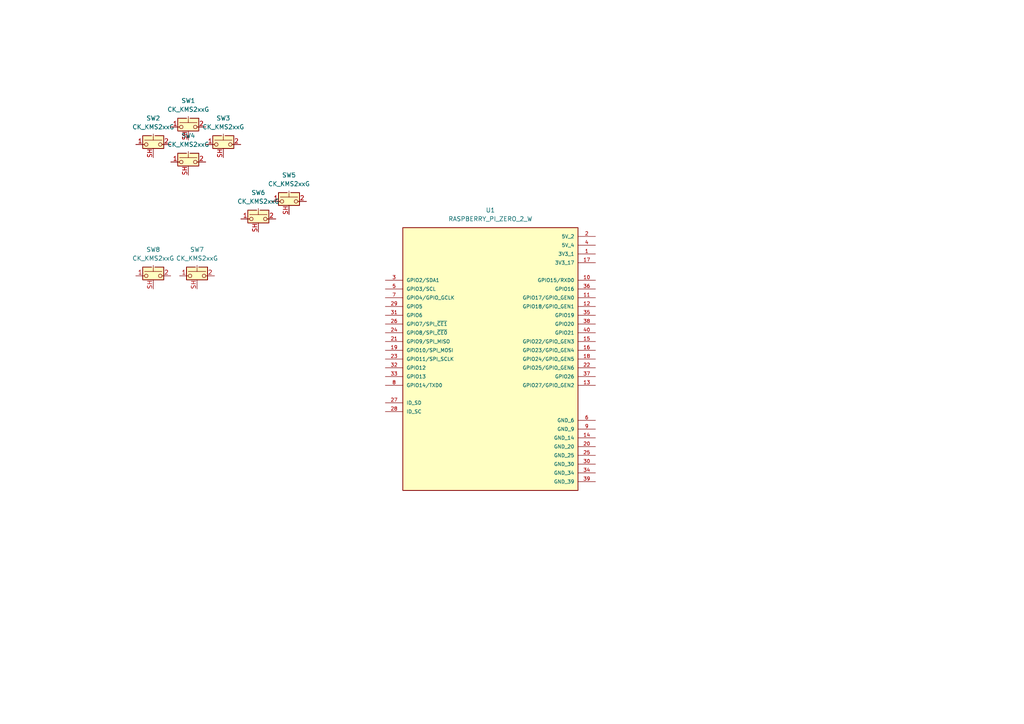
<source format=kicad_sch>
(kicad_sch (version 20250114) (generator "eeschema") (generator_version "9.0")
  (paper "A4")
  (lib_symbols
    (symbol "RASPBERRY_PI_ZERO_2_W:RASPBERRY_PI_ZERO_2_W" (pin_names (offset 1.016))
      (property "Reference" "U" (at -25.42 39.3962 0))
      (property "Value" "RASPBERRY_PI_ZERO_2_W" (at -25.4191 -40.6687 0))
      (symbol "RASPBERRY_PI_ZERO_2_W_0_0"
        (rectangle (start -25.4 -38.1) (end 25.4 38.1) (stroke (width 0.254)) (fill (type background)))
        (pin bidirectional line (at -30.48 22.86 0) (length 5.08) (name "GPIO2/SDA1") (number "3"))
        (pin bidirectional line (at -30.48 20.32 0) (length 5.08) (name "GPIO3/SCL") (number "5"))
        (pin bidirectional line (at -30.48 17.78 0) (length 5.08) (name "GPIO4/GPIO_GCLK") (number "7"))
        (pin bidirectional line (at -30.48 15.24 0) (length 5.08) (name "GPIO5") (number "29"))
        (pin bidirectional line (at -30.48 12.7 0) (length 5.08) (name "GPIO6") (number "31"))
        (pin bidirectional line (at -30.48 10.16 0) (length 5.08) (name "GPIO7/SPI_~{CE1}") (number "26"))
        (pin bidirectional line (at -30.48 7.62 0) (length 5.08) (name "GPIO8/SPI_~{CE0}") (number "24"))
        (pin bidirectional line (at -30.48 5.08 0) (length 5.08) (name "GPIO9/SPI_MISO") (number "21"))
        (pin bidirectional line (at -30.48 2.54 0) (length 5.08) (name "GPIO10/SPI_MOSI") (number "19"))
        (pin bidirectional line (at -30.48 0 0) (length 5.08) (name "GPIO11/SPI_SCLK") (number "23"))
        (pin bidirectional line (at -30.48 -2.54 0) (length 5.08) (name "GPIO12") (number "32"))
        (pin bidirectional line (at -30.48 -5.08 0) (length 5.08) (name "GPIO13") (number "33"))
        (pin bidirectional line (at -30.48 -7.62 0) (length 5.08) (name "GPIO14/TXD0") (number "8"))
        (pin bidirectional line (at -30.48 -12.7 0) (length 5.08) (name "ID_SD") (number "27"))
        (pin bidirectional line (at -30.48 -15.24 0) (length 5.08) (name "ID_SC") (number "28"))
        (pin power_in line (at 30.48 35.56 180) (length 5.08) (name "5V_2") (number "2"))
        (pin power_in line (at 30.48 33.02 180) (length 5.08) (name "5V_4") (number "4"))
        (pin power_in line (at 30.48 30.48 180) (length 5.08) (name "3V3_1") (number "1"))
        (pin power_in line (at 30.48 27.94 180) (length 5.08) (name "3V3_17") (number "17"))
        (pin bidirectional line (at 30.48 22.86 180) (length 5.08) (name "GPIO15/RXD0") (number "10"))
        (pin bidirectional line (at 30.48 20.32 180) (length 5.08) (name "GPIO16") (number "36"))
        (pin bidirectional line (at 30.48 17.78 180) (length 5.08) (name "GPIO17/GPIO_GEN0") (number "11"))
        (pin bidirectional line (at 30.48 15.24 180) (length 5.08) (name "GPIO18/GPIO_GEN1") (number "12"))
        (pin bidirectional line (at 30.48 12.7 180) (length 5.08) (name "GPIO19") (number "35"))
        (pin bidirectional line (at 30.48 10.16 180) (length 5.08) (name "GPIO20") (number "38"))
        (pin bidirectional line (at 30.48 7.62 180) (length 5.08) (name "GPIO21") (number "40"))
        (pin bidirectional line (at 30.48 5.08 180) (length 5.08) (name "GPIO22/GPIO_GEN3") (number "15"))
        (pin bidirectional line (at 30.48 2.54 180) (length 5.08) (name "GPIO23/GPIO_GEN4") (number "16"))
        (pin bidirectional line (at 30.48 0 180) (length 5.08) (name "GPIO24/GPIO_GEN5") (number "18"))
        (pin bidirectional line (at 30.48 -2.54 180) (length 5.08) (name "GPIO25/GPIO_GEN6") (number "22"))
        (pin bidirectional line (at 30.48 -5.08 180) (length 5.08) (name "GPIO26") (number "37"))
        (pin bidirectional line (at 30.48 -7.62 180) (length 5.08) (name "GPIO27/GPIO_GEN2") (number "13"))
        (pin power_in line (at 30.48 -17.78 180) (length 5.08) (name "GND_6") (number "6"))
        (pin power_in line (at 30.48 -20.32 180) (length 5.08) (name "GND_9") (number "9"))
        (pin power_in line (at 30.48 -22.86 180) (length 5.08) (name "GND_14") (number "14"))
        (pin power_in line (at 30.48 -25.4 180) (length 5.08) (name "GND_20") (number "20"))
        (pin power_in line (at 30.48 -27.94 180) (length 5.08) (name "GND_25") (number "25"))
        (pin power_in line (at 30.48 -30.48 180) (length 5.08) (name "GND_30") (number "30"))
        (pin power_in line (at 30.48 -33.02 180) (length 5.08) (name "GND_34") (number "34"))
        (pin power_in line (at 30.48 -35.56 180) (length 5.08) (name "GND_39") (number "39"))
      )
    )
    (symbol "Switch:CK_KMS2xxG" (pin_names (offset 1.016) (hide yes))
      (property "Reference" "SW" (at 4.318 2.032 0))
      (property "Value" "CK_KMS2xxG" (at 0 4.572 0))
      (symbol "CK_KMS2xxG_0_1"
        (circle (center -2.032 0) (radius 0.508))
        (polyline (pts (xy 0 1.27) (xy 0 3.048)))
        (polyline (pts (xy 0.508 2.54) (xy 3.048 2.54) (xy 3.048 -1.143) (xy -3.048 -1.143) (xy -3.048 2.54) (xy -0.508 2.54)) (stroke (width -0.0254)))
        (polyline (pts (xy 0.508 2.54) (xy 3.048 2.54) (xy 3.048 -1.143) (xy -3.048 -1.143) (xy -3.048 2.54) (xy -0.508 2.54)) (stroke (width 0.254)))
        (circle (center 2.032 0) (radius 0.508))
        (polyline (pts (xy 2.54 1.27) (xy -2.54 1.27)))
        (pin passive line (at -5.08 0 0) (length 2.54) (name "1") (number "1"))
        (pin passive line (at 5.08 0 180) (length 2.54) (name "2") (number "2"))
      )
      (symbol "CK_KMS2xxG_1_1"
        (rectangle (start -3.048 2.54) (end 3.048 -1.27) (stroke (width -0.0254)) (fill (type background)))
        (pin passive line (at 0 -3.81 90) (length 2.54) (name "B") (number "SH"))
      )
    )
  )
  (symbol (lib_id "RASPBERRY_PI_ZERO_2_W:RASPBERRY_PI_ZERO_2_W") (at 142.24 104.14 0) (unit 1)
    (property "Reference" "U1" (at 142.24 60.96 0))
    (property "Value" "RASPBERRY_PI_ZERO_2_W" (at 142.24 63.5 0))
    (property "Footprint" "RASPBERRY_PI_ZERO_2_W:MODULE_RASPBERRY_PI_ZERO_2_W" (effects (hide yes)))
    (property "MF" "Raspberry Pi" (effects (hide yes)))
    (property "Description_1" "At the heart of Raspberry Pi Zero 2 W is RP3A0, a custom-built system-in-package designed by Raspberry Pi in the UK." (effects (hide yes)))
    (property "Package" "None" (effects (hide yes)))
    (property "Price" "None" (effects (hide yes)))
    (property "Check_prices" "https://www.snapeda.com/parts/RASPBERRY%20PI%20ZERO%202%20W/Raspberry+Pi/view-part/?ref=eda" (effects (hide yes)))
    (property "STANDARD" "Manufacturer Recommendations" (effects (hide yes)))
    (property "PARTREV" "April 2024" (effects (hide yes)))
    (property "SnapEDA_Link" "https://www.snapeda.com/parts/RASPBERRY%20PI%20ZERO%202%20W/Raspberry+Pi/view-part/?ref=snap" (effects (hide yes)))
    (property "MP" "RASPBERRY PI ZERO 2 W" (effects (hide yes)))
    (property "Availability" "In Stock" (effects (hide yes)))
    (property "MANUFACTURER" "Raspberry Pi" (effects (hide yes)))
  )
  (symbol (lib_id "Switch:CK_KMS2xxG") (at 44.45 41.91 0) (unit 1)
    (property "Reference" "SW2" (at 44.45 34.29 0))
    (property "Value" "CK_KMS2xxG" (at 44.45 36.83 0))
    (property "Footprint" "Button_Switch_SMD:SW_SPST_CK_KMS2xxGP" (effects (hide yes)))
    (property "Datasheet" "https://www.ckswitches.com/media/1482/kms.pdf" (effects (hide yes)))
    (property "Description" "Microminiature SMT Side Actuated, 4.2 x 2.8 x 1.42mm, without pegs, with shield pin" (effects (hide yes)))
  )
  (symbol (lib_id "Switch:CK_KMS2xxG") (at 83.82 58.42 0) (unit 1)
    (property "Reference" "SW5" (at 83.82 50.8 0))
    (property "Value" "CK_KMS2xxG" (at 83.82 53.34 0))
    (property "Footprint" "Button_Switch_SMD:SW_SPST_CK_KMS2xxGP" (effects (hide yes)))
    (property "Datasheet" "https://www.ckswitches.com/media/1482/kms.pdf" (effects (hide yes)))
    (property "Description" "Microminiature SMT Side Actuated, 4.2 x 2.8 x 1.42mm, without pegs, with shield pin" (effects (hide yes)))
  )
  (symbol (lib_id "Switch:CK_KMS2xxG") (at 57.15 80.01 0) (unit 1)
    (property "Reference" "SW7" (at 57.15 72.39 0))
    (property "Value" "CK_KMS2xxG" (at 57.15 74.93 0))
    (property "Footprint" "Button_Switch_SMD:SW_SPST_CK_KMS2xxGP" (effects (hide yes)))
    (property "Datasheet" "https://www.ckswitches.com/media/1482/kms.pdf" (effects (hide yes)))
    (property "Description" "Microminiature SMT Side Actuated, 4.2 x 2.8 x 1.42mm, without pegs, with shield pin" (effects (hide yes)))
  )
  (symbol (lib_id "Switch:CK_KMS2xxG") (at 54.61 46.99 0) (unit 1)
    (property "Reference" "SW4" (at 54.61 39.37 0))
    (property "Value" "CK_KMS2xxG" (at 54.61 41.91 0))
    (property "Footprint" "Button_Switch_SMD:SW_SPST_CK_KMS2xxGP" (effects (hide yes)))
    (property "Datasheet" "https://www.ckswitches.com/media/1482/kms.pdf" (effects (hide yes)))
    (property "Description" "Microminiature SMT Side Actuated, 4.2 x 2.8 x 1.42mm, without pegs, with shield pin" (effects (hide yes)))
  )
  (symbol (lib_id "Switch:CK_KMS2xxG") (at 54.61 36.83 0) (unit 1)
    (property "Reference" "SW1" (at 54.61 29.21 0))
    (property "Value" "CK_KMS2xxG" (at 54.61 31.75 0))
    (property "Footprint" "Button_Switch_SMD:SW_SPST_CK_KMS2xxGP" (effects (hide yes)))
    (property "Datasheet" "https://www.ckswitches.com/media/1482/kms.pdf" (effects (hide yes)))
    (property "Description" "Microminiature SMT Side Actuated, 4.2 x 2.8 x 1.42mm, without pegs, with shield pin" (effects (hide yes)))
  )
  (symbol (lib_id "Switch:CK_KMS2xxG") (at 64.77 41.91 0) (unit 1)
    (property "Reference" "SW3" (at 64.77 34.29 0))
    (property "Value" "CK_KMS2xxG" (at 64.77 36.83 0))
    (property "Footprint" "Button_Switch_SMD:SW_SPST_CK_KMS2xxGP" (effects (hide yes)))
    (property "Datasheet" "https://www.ckswitches.com/media/1482/kms.pdf" (effects (hide yes)))
    (property "Description" "Microminiature SMT Side Actuated, 4.2 x 2.8 x 1.42mm, without pegs, with shield pin" (effects (hide yes)))
  )
  (symbol (lib_id "Switch:CK_KMS2xxG") (at 44.45 80.01 0) (unit 1)
    (property "Reference" "SW8" (at 44.45 72.39 0))
    (property "Value" "CK_KMS2xxG" (at 44.45 74.93 0))
    (property "Footprint" "Button_Switch_SMD:SW_SPST_CK_KMS2xxGP" (effects (hide yes)))
    (property "Datasheet" "https://www.ckswitches.com/media/1482/kms.pdf" (effects (hide yes)))
    (property "Description" "Microminiature SMT Side Actuated, 4.2 x 2.8 x 1.42mm, without pegs, with shield pin" (effects (hide yes)))
  )
  (symbol (lib_id "Switch:CK_KMS2xxG") (at 74.93 63.5 0) (unit 1)
    (property "Reference" "SW6" (at 74.93 55.88 0))
    (property "Value" "CK_KMS2xxG" (at 74.93 58.42 0))
    (property "Footprint" "Button_Switch_SMD:SW_SPST_CK_KMS2xxGP" (effects (hide yes)))
    (property "Datasheet" "https://www.ckswitches.com/media/1482/kms.pdf" (effects (hide yes)))
    (property "Description" "Microminiature SMT Side Actuated, 4.2 x 2.8 x 1.42mm, without pegs, with shield pin" (effects (hide yes)))
  )
)
</source>
